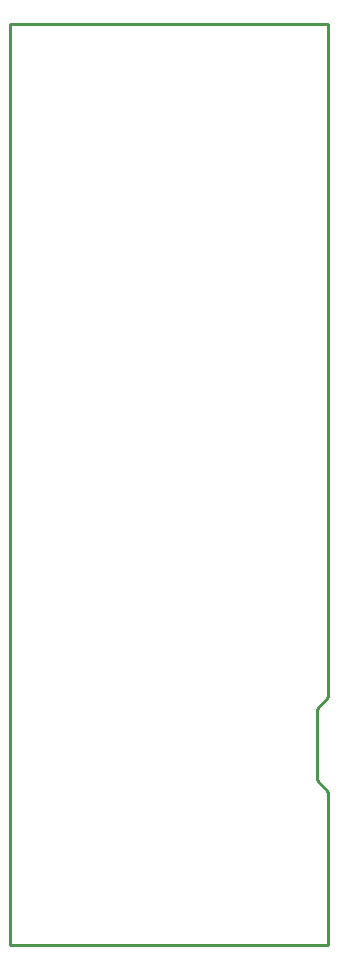
<source format=gko>
G04 Layer_Color=16711935*
%FSLAX25Y25*%
%MOIN*%
G70*
G01*
G75*
%ADD25C,0.01000*%
D25*
X324803Y143701D02*
Y450787D01*
Y143701D02*
X431102D01*
X324803Y450787D02*
X431102D01*
X427165Y222441D02*
X431102Y226378D01*
X427165Y198819D02*
Y222441D01*
Y198819D02*
X431102Y194882D01*
Y143701D02*
Y194882D01*
Y226378D02*
Y450787D01*
M02*

</source>
